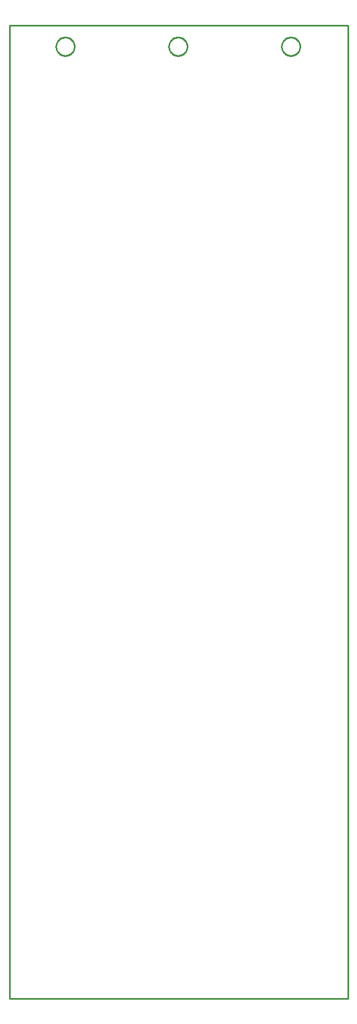
<source format=gbr>
G04 EAGLE Gerber RS-274X export*
G75*
%MOMM*%
%FSLAX34Y34*%
%LPD*%
%IN*%
%IPPOS*%
%AMOC8*
5,1,8,0,0,1.08239X$1,22.5*%
G01*
%ADD10C,0.254000*%


D10*
X0Y-1460000D02*
X508000Y-1460000D01*
X508000Y0D01*
X0Y0D01*
X0Y-1460000D01*
X97574Y-32241D02*
X97504Y-33221D01*
X97364Y-34194D01*
X97155Y-35154D01*
X96879Y-36096D01*
X96535Y-37017D01*
X96127Y-37911D01*
X95656Y-38773D01*
X95125Y-39599D01*
X94536Y-40386D01*
X93893Y-41128D01*
X93198Y-41823D01*
X92456Y-42466D01*
X91669Y-43055D01*
X90843Y-43586D01*
X89981Y-44057D01*
X89087Y-44465D01*
X88166Y-44809D01*
X87224Y-45085D01*
X86264Y-45294D01*
X85291Y-45434D01*
X84311Y-45504D01*
X83329Y-45504D01*
X82349Y-45434D01*
X81376Y-45294D01*
X80416Y-45085D01*
X79474Y-44809D01*
X78553Y-44465D01*
X77660Y-44057D01*
X76797Y-43586D01*
X75971Y-43055D01*
X75184Y-42466D01*
X74442Y-41823D01*
X73747Y-41128D01*
X73104Y-40386D01*
X72515Y-39599D01*
X71984Y-38773D01*
X71513Y-37911D01*
X71105Y-37017D01*
X70761Y-36096D01*
X70485Y-35154D01*
X70276Y-34194D01*
X70136Y-33221D01*
X70066Y-32241D01*
X70066Y-31259D01*
X70136Y-30279D01*
X70276Y-29306D01*
X70485Y-28346D01*
X70761Y-27404D01*
X71105Y-26483D01*
X71513Y-25590D01*
X71984Y-24727D01*
X72515Y-23901D01*
X73104Y-23114D01*
X73747Y-22372D01*
X74442Y-21677D01*
X75184Y-21034D01*
X75971Y-20445D01*
X76797Y-19914D01*
X77660Y-19443D01*
X78553Y-19035D01*
X79474Y-18691D01*
X80416Y-18415D01*
X81376Y-18206D01*
X82349Y-18066D01*
X83329Y-17996D01*
X84311Y-17996D01*
X85291Y-18066D01*
X86264Y-18206D01*
X87224Y-18415D01*
X88166Y-18691D01*
X89087Y-19035D01*
X89981Y-19443D01*
X90843Y-19914D01*
X91669Y-20445D01*
X92456Y-21034D01*
X93198Y-21677D01*
X93893Y-22372D01*
X94536Y-23114D01*
X95125Y-23901D01*
X95656Y-24727D01*
X96127Y-25590D01*
X96535Y-26483D01*
X96879Y-27404D01*
X97155Y-28346D01*
X97364Y-29306D01*
X97504Y-30279D01*
X97574Y-31259D01*
X97574Y-32241D01*
X266907Y-32241D02*
X266837Y-33221D01*
X266698Y-34194D01*
X266489Y-35154D01*
X266212Y-36096D01*
X265869Y-37017D01*
X265460Y-37911D01*
X264990Y-38773D01*
X264458Y-39599D01*
X263870Y-40386D01*
X263226Y-41128D01*
X262532Y-41823D01*
X261789Y-42466D01*
X261003Y-43055D01*
X260176Y-43586D01*
X259314Y-44057D01*
X258420Y-44465D01*
X257500Y-44809D01*
X256557Y-45085D01*
X255597Y-45294D01*
X254625Y-45434D01*
X253645Y-45504D01*
X252662Y-45504D01*
X251682Y-45434D01*
X250710Y-45294D01*
X249750Y-45085D01*
X248807Y-44809D01*
X247887Y-44465D01*
X246993Y-44057D01*
X246131Y-43586D01*
X245304Y-43055D01*
X244518Y-42466D01*
X243775Y-41823D01*
X243080Y-41128D01*
X242437Y-40386D01*
X241848Y-39599D01*
X241317Y-38773D01*
X240846Y-37911D01*
X240438Y-37017D01*
X240095Y-36096D01*
X239818Y-35154D01*
X239609Y-34194D01*
X239469Y-33221D01*
X239399Y-32241D01*
X239399Y-31259D01*
X239469Y-30279D01*
X239609Y-29306D01*
X239818Y-28346D01*
X240095Y-27404D01*
X240438Y-26483D01*
X240846Y-25590D01*
X241317Y-24727D01*
X241848Y-23901D01*
X242437Y-23114D01*
X243080Y-22372D01*
X243775Y-21677D01*
X244518Y-21034D01*
X245304Y-20445D01*
X246131Y-19914D01*
X246993Y-19443D01*
X247887Y-19035D01*
X248807Y-18691D01*
X249750Y-18415D01*
X250710Y-18206D01*
X251682Y-18066D01*
X252662Y-17996D01*
X253645Y-17996D01*
X254625Y-18066D01*
X255597Y-18206D01*
X256557Y-18415D01*
X257500Y-18691D01*
X258420Y-19035D01*
X259314Y-19443D01*
X260176Y-19914D01*
X261003Y-20445D01*
X261789Y-21034D01*
X262532Y-21677D01*
X263226Y-22372D01*
X263870Y-23114D01*
X264458Y-23901D01*
X264990Y-24727D01*
X265460Y-25590D01*
X265869Y-26483D01*
X266212Y-27404D01*
X266489Y-28346D01*
X266698Y-29306D01*
X266837Y-30279D01*
X266907Y-31259D01*
X266907Y-32241D01*
X436241Y-32241D02*
X436171Y-33221D01*
X436031Y-34194D01*
X435822Y-35154D01*
X435545Y-36096D01*
X435202Y-37017D01*
X434794Y-37911D01*
X434323Y-38773D01*
X433792Y-39599D01*
X433203Y-40386D01*
X432560Y-41128D01*
X431865Y-41823D01*
X431122Y-42466D01*
X430336Y-43055D01*
X429509Y-43586D01*
X428647Y-44057D01*
X427753Y-44465D01*
X426833Y-44809D01*
X425890Y-45085D01*
X424930Y-45294D01*
X423958Y-45434D01*
X422978Y-45504D01*
X421995Y-45504D01*
X421015Y-45434D01*
X420043Y-45294D01*
X419083Y-45085D01*
X418140Y-44809D01*
X417220Y-44465D01*
X416326Y-44057D01*
X415464Y-43586D01*
X414637Y-43055D01*
X413851Y-42466D01*
X413108Y-41823D01*
X412414Y-41128D01*
X411770Y-40386D01*
X411182Y-39599D01*
X410650Y-38773D01*
X410180Y-37911D01*
X409771Y-37017D01*
X409428Y-36096D01*
X409151Y-35154D01*
X408942Y-34194D01*
X408803Y-33221D01*
X408733Y-32241D01*
X408733Y-31259D01*
X408803Y-30279D01*
X408942Y-29306D01*
X409151Y-28346D01*
X409428Y-27404D01*
X409771Y-26483D01*
X410180Y-25590D01*
X410650Y-24727D01*
X411182Y-23901D01*
X411770Y-23114D01*
X412414Y-22372D01*
X413108Y-21677D01*
X413851Y-21034D01*
X414637Y-20445D01*
X415464Y-19914D01*
X416326Y-19443D01*
X417220Y-19035D01*
X418140Y-18691D01*
X419083Y-18415D01*
X420043Y-18206D01*
X421015Y-18066D01*
X421995Y-17996D01*
X422978Y-17996D01*
X423958Y-18066D01*
X424930Y-18206D01*
X425890Y-18415D01*
X426833Y-18691D01*
X427753Y-19035D01*
X428647Y-19443D01*
X429509Y-19914D01*
X430336Y-20445D01*
X431122Y-21034D01*
X431865Y-21677D01*
X432560Y-22372D01*
X433203Y-23114D01*
X433792Y-23901D01*
X434323Y-24727D01*
X434794Y-25590D01*
X435202Y-26483D01*
X435545Y-27404D01*
X435822Y-28346D01*
X436031Y-29306D01*
X436171Y-30279D01*
X436241Y-31259D01*
X436241Y-32241D01*
M02*

</source>
